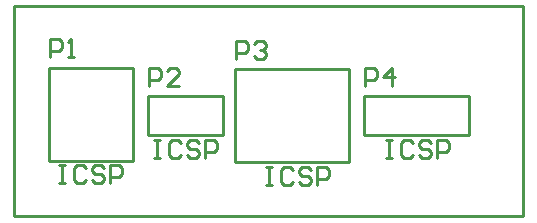
<source format=gto>
%FSLAX44Y44*%
%MOMM*%
G71*
G01*
G75*
G04 Layer_Color=65535*
%ADD10C,0.7900*%
%ADD11C,0.2540*%
%ADD12C,0.9906*%
%ADD13C,2.3000*%
D11*
X547370Y323850D02*
Y356870D01*
X636270D01*
Y323850D02*
Y356870D01*
X547370Y323850D02*
X636270D01*
X438150Y300990D02*
Y379730D01*
X534670D01*
Y300990D02*
Y379730D01*
X438150Y300990D02*
X534670D01*
X364490Y323850D02*
X427990D01*
Y356870D01*
X364490D02*
X427990D01*
X364490Y323850D02*
Y356870D01*
X280670Y302260D02*
Y381000D01*
X351790D01*
Y302260D02*
Y381000D01*
X280670Y302260D02*
X351790D01*
X548640Y365760D02*
Y380995D01*
X556258D01*
X558797Y378456D01*
Y373377D01*
X556258Y370838D01*
X548640D01*
X571493Y365760D02*
Y380995D01*
X563875Y373377D01*
X574032D01*
X566420Y320035D02*
X571498D01*
X568959D01*
Y304800D01*
X566420D01*
X571498D01*
X589273Y317496D02*
X586733Y320035D01*
X581655D01*
X579116Y317496D01*
Y307339D01*
X581655Y304800D01*
X586733D01*
X589273Y307339D01*
X604508Y317496D02*
X601968Y320035D01*
X596890D01*
X594351Y317496D01*
Y314957D01*
X596890Y312418D01*
X601968D01*
X604508Y309878D01*
Y307339D01*
X601968Y304800D01*
X596890D01*
X594351Y307339D01*
X609586Y304800D02*
Y320035D01*
X617204D01*
X619743Y317496D01*
Y312418D01*
X617204Y309878D01*
X609586D01*
X439547Y388747D02*
Y403982D01*
X447164D01*
X449704Y401443D01*
Y396365D01*
X447164Y393825D01*
X439547D01*
X454782Y401443D02*
X457321Y403982D01*
X462400D01*
X464939Y401443D01*
Y398904D01*
X462400Y396365D01*
X459860D01*
X462400D01*
X464939Y393825D01*
Y391286D01*
X462400Y388747D01*
X457321D01*
X454782Y391286D01*
X464820Y297175D02*
X469898D01*
X467359D01*
Y281940D01*
X464820D01*
X469898D01*
X487673Y294636D02*
X485133Y297175D01*
X480055D01*
X477516Y294636D01*
Y284479D01*
X480055Y281940D01*
X485133D01*
X487673Y284479D01*
X502908Y294636D02*
X500368Y297175D01*
X495290D01*
X492751Y294636D01*
Y292097D01*
X495290Y289557D01*
X500368D01*
X502908Y287018D01*
Y284479D01*
X500368Y281940D01*
X495290D01*
X492751Y284479D01*
X507986Y281940D02*
Y297175D01*
X515604D01*
X518143Y294636D01*
Y289557D01*
X515604Y287018D01*
X507986D01*
X365887Y365887D02*
Y381122D01*
X373504D01*
X376044Y378583D01*
Y373504D01*
X373504Y370965D01*
X365887D01*
X391279Y365887D02*
X381122D01*
X391279Y376044D01*
Y378583D01*
X388740Y381122D01*
X383661D01*
X381122Y378583D01*
X369570Y320035D02*
X374648D01*
X372109D01*
Y304800D01*
X369570D01*
X374648D01*
X392423Y317496D02*
X389883Y320035D01*
X384805D01*
X382266Y317496D01*
Y307339D01*
X384805Y304800D01*
X389883D01*
X392423Y307339D01*
X407658Y317496D02*
X405118Y320035D01*
X400040D01*
X397501Y317496D01*
Y314957D01*
X400040Y312418D01*
X405118D01*
X407658Y309878D01*
Y307339D01*
X405118Y304800D01*
X400040D01*
X397501Y307339D01*
X412736Y304800D02*
Y320035D01*
X420354D01*
X422893Y317496D01*
Y312418D01*
X420354Y309878D01*
X412736D01*
X282067Y390017D02*
Y405252D01*
X289685D01*
X292224Y402713D01*
Y397635D01*
X289685Y395095D01*
X282067D01*
X297302Y390017D02*
X302380D01*
X299841D01*
Y405252D01*
X297302Y402713D01*
X289560Y298445D02*
X294638D01*
X292099D01*
Y283210D01*
X289560D01*
X294638D01*
X312413Y295906D02*
X309873Y298445D01*
X304795D01*
X302256Y295906D01*
Y285749D01*
X304795Y283210D01*
X309873D01*
X312413Y285749D01*
X327648Y295906D02*
X325108Y298445D01*
X320030D01*
X317491Y295906D01*
Y293367D01*
X320030Y290828D01*
X325108D01*
X327648Y288288D01*
Y285749D01*
X325108Y283210D01*
X320030D01*
X317491Y285749D01*
X332726Y283210D02*
Y298445D01*
X340344D01*
X342883Y295906D01*
Y290828D01*
X340344Y288288D01*
X332726D01*
X251460Y433070D02*
X681990D01*
X251460Y255270D02*
Y433070D01*
X681990Y255270D02*
Y433070D01*
X251460Y255270D02*
X681990D01*
M02*

</source>
